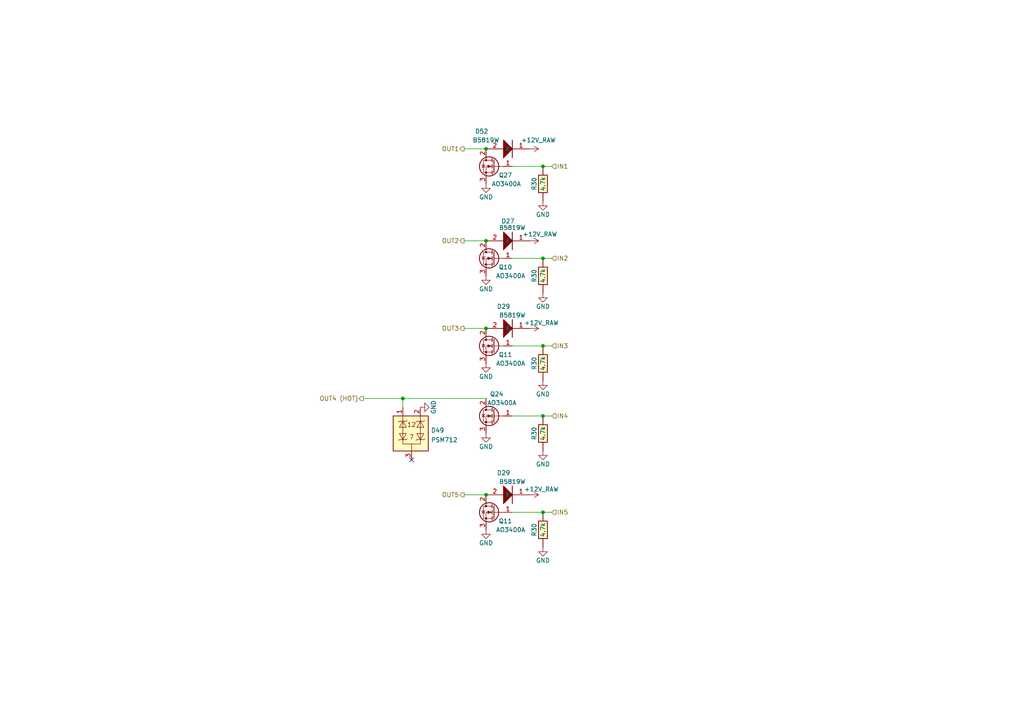
<source format=kicad_sch>
(kicad_sch (version 20230121) (generator eeschema)
  (paper "A4")
  (lib_symbols
    (symbol "hellen-one-common:+12V_RAW" (power) (pin_names (offset 0))
      (property "Value" "+12V_RAW" (at 0 3.556 0))
      (symbol "+12V_RAW_0_1"
        (polyline (pts (xy -0.762 1.27) (xy 0 2.54)))
        (polyline (pts (xy 0 0) (xy 0 2.54)))
        (polyline (pts (xy 0 2.54) (xy 0.762 1.27)))
      )
      (symbol "+12V_RAW_1_1"
        (pin power_in line (at 0 0 90) (length 0) hide (name "+12V_RAW") (number "1"))
      )
    )
    (symbol "hellen-one-common:1N4148WS"
      (property "Reference" "D" (at 0 2.54 0))
      (property "Value" "1N4148WS" (at 0 -3.81 0))
      (symbol "1N4148WS_1_0"
        (polyline (pts (xy 2.54 2.54) (xy 2.54 -2.54)) (stroke (width 0.254)))
        (polyline (pts (xy 0 -2.54) (xy 2.54 0) (xy 0 2.54) (xy 0 -2.54)) (stroke (width 0.254)) (fill (type outline)))
        (pin passive line (at 7.62 0 180) (length 5.08) (name "K") (number "1"))
        (pin passive line (at -5.08 0 0) (length 5.08) (name "A") (number "2"))
      )
    )
    (symbol "hellen-one-common:MOSFET-N" (pin_names hide)
      (property "Reference" "Q" (at 5.08 6.35 0))
      (property "Value" "MOSFET-N" (at 2.54 3.81 0))
      (symbol "MOSFET-N_0_1"
        (polyline (pts (xy 0.254 0) (xy -2.54 0)))
        (polyline (pts (xy 0.254 1.905) (xy 0.254 -1.905)) (stroke (width 0.254)))
        (polyline (pts (xy 0.762 -1.27) (xy 0.762 -2.286)) (stroke (width 0.254)))
        (polyline (pts (xy 0.762 0.508) (xy 0.762 -0.508)) (stroke (width 0.254)))
        (polyline (pts (xy 0.762 2.286) (xy 0.762 1.27)) (stroke (width 0.254)))
        (polyline (pts (xy 2.54 2.54) (xy 2.54 1.778)))
        (polyline (pts (xy 2.54 -2.54) (xy 2.54 0) (xy 0.762 0)))
        (polyline (pts (xy 0.762 -1.778) (xy 3.302 -1.778) (xy 3.302 1.778) (xy 0.762 1.778)))
        (polyline (pts (xy 1.016 0) (xy 2.032 0.381) (xy 2.032 -0.381) (xy 1.016 0)) (fill (type outline)))
        (polyline (pts (xy 2.794 0.508) (xy 2.921 0.381) (xy 3.683 0.381) (xy 3.81 0.254)))
        (polyline (pts (xy 3.302 0.381) (xy 2.921 -0.254) (xy 3.683 -0.254) (xy 3.302 0.381)))
        (circle (center 1.651 0) (radius 2.794) (stroke (width 0.254)))
        (circle (center 2.54 -1.778) (radius 0.254) (fill (type outline)))
        (circle (center 2.54 1.778) (radius 0.254) (fill (type outline)))
      )
      (symbol "MOSFET-N_1_1"
        (pin input line (at -5.08 0 0) (length 2.54) (name "G") (number "1"))
        (pin passive line (at 2.54 5.08 270) (length 2.54) (name "D") (number "2"))
        (pin passive line (at 2.54 -5.08 90) (length 2.54) (name "S") (number "3"))
      )
    )
    (symbol "hellen-one-common:PSM712"
      (property "Reference" "D?" (at 3.302 0.9085 0))
      (property "Value" "PSM712" (at 3.302 -1.8666 0))
      (symbol "PSM712_0_0"
        (text "12" (at -2.286 2.54 0) (effects (font (size 1.27 1.27))))
        (text "7" (at -2.286 -1.016 0) (effects (font (size 1.27 1.27))))
      )
      (symbol "PSM712_0_1"
        (rectangle (start -7.62 5.08) (end 2.54 -5.08) (stroke (width 0.254)) (fill (type background)))
        (polyline (pts (xy -4.826 5.08) (xy -4.826 -3.048) (xy -2.286 -3.048)) (stroke (width 0.1524)))
        (polyline (pts (xy -6.096 3.302) (xy -5.842 3.556) (xy -3.81 3.556) (xy -3.556 3.81)) (stroke (width 0.1524)))
        (polyline (pts (xy -4.826 -1.778) (xy -3.81 0) (xy -5.842 0) (xy -4.826 -1.778)) (stroke (width 0.1524)))
        (polyline (pts (xy -4.826 3.556) (xy -5.842 1.778) (xy -3.81 1.778) (xy -4.826 3.556)) (stroke (width 0.1524)))
        (polyline (pts (xy -3.556 -1.524) (xy -3.81 -1.778) (xy -5.842 -1.778) (xy -6.096 -2.032)) (stroke (width 0.1524)))
        (polyline (pts (xy -1.016 3.302) (xy -0.762 3.556) (xy 1.27 3.556) (xy 1.524 3.81)) (stroke (width 0.1524)))
        (polyline (pts (xy 0.254 -1.778) (xy 1.27 0) (xy -0.762 0) (xy 0.254 -1.778)) (stroke (width 0.1524)))
        (polyline (pts (xy 0.254 3.556) (xy -0.762 1.778) (xy 1.27 1.778) (xy 0.254 3.556)) (stroke (width 0.1524)))
        (polyline (pts (xy 0.254 5.08) (xy 0.254 -3.048) (xy -2.286 -3.048) (xy -2.286 -5.08)) (stroke (width 0.1524)))
        (polyline (pts (xy 1.524 -1.524) (xy 1.27 -1.778) (xy -0.762 -1.778) (xy -1.016 -2.032)) (stroke (width 0.1524)))
      )
      (symbol "PSM712_1_1"
        (pin passive line (at -4.826 7.62 270) (length 2.54) (name "") (number "1"))
        (pin passive line (at 0.254 7.62 270) (length 2.54) (name "") (number "2"))
        (pin passive line (at -2.286 -7.62 90) (length 2.54) (name "") (number "3"))
      )
    )
    (symbol "hellen-one-common:Res" (pin_numbers hide)
      (property "Reference" "R" (at 3.81 2.54 0))
      (property "Value" "Res" (at 5.08 -2.54 0))
      (symbol "Res_1_0"
        (rectangle (start 2.54 -1.27) (end 7.62 1.27) (stroke (width 0.254)) (fill (type background)))
        (pin passive line (at 0 0 0) (length 2.54) (name "") (number "1"))
        (pin passive line (at 10.16 0 180) (length 2.54) (name "") (number "2"))
      )
    )
    (symbol "power:GND" (power) (pin_names (offset 0))
      (property "Value" "GND" (at 0 -3.81 0))
      (symbol "GND_0_1"
        (polyline (pts (xy 0 0) (xy 0 -1.27) (xy 1.27 -1.27) (xy 0 -2.54) (xy -1.27 -1.27) (xy 0 -1.27)))
      )
      (symbol "GND_1_1"
        (pin power_in line (at 0 0 270) (length 0) hide (name "GND") (number "1"))
      )
    )
  )
  (junction (at 116.84 115.57))
  (junction (at 140.97 43.18))
  (junction (at 140.97 143.51))
  (junction (at 157.48 148.59))
  (junction (at 157.48 100.33))
  (junction (at 140.97 69.85))
  (junction (at 157.48 74.93))
  (junction (at 157.48 120.65))
  (junction (at 157.48 48.26))
  (junction (at 140.97 95.25))
  (no_connect (at 119.38 133.35))
  (wire (pts (xy 148.59 48.26) (xy 157.48 48.26)))
  (wire (pts (xy 157.48 74.93) (xy 160.02 74.93)))
  (wire (pts (xy 134.62 43.18) (xy 140.97 43.18)))
  (wire (pts (xy 134.62 69.85) (xy 140.97 69.85)))
  (wire (pts (xy 148.59 74.93) (xy 157.48 74.93)))
  (wire (pts (xy 157.48 120.65) (xy 160.02 120.65)))
  (wire (pts (xy 134.62 143.51) (xy 140.97 143.51)))
  (wire (pts (xy 116.84 115.57) (xy 140.97 115.57)))
  (wire (pts (xy 157.48 148.59) (xy 160.02 148.59)))
  (wire (pts (xy 116.84 115.57) (xy 116.84 118.11)))
  (wire (pts (xy 105.41 115.57) (xy 116.84 115.57)))
  (wire (pts (xy 134.62 95.25) (xy 140.97 95.25)))
  (wire (pts (xy 148.59 100.33) (xy 157.48 100.33)))
  (wire (pts (xy 148.59 148.59) (xy 157.48 148.59)))
  (wire (pts (xy 157.48 48.26) (xy 160.02 48.26)))
  (wire (pts (xy 157.48 100.33) (xy 160.02 100.33)))
  (wire (pts (xy 148.59 120.65) (xy 157.48 120.65)))
  (hierarchical_label "OUT1" (shape output) (at 134.62 43.18 180))
  (hierarchical_label "IN5" (shape input) (at 160.02 148.59 0))
  (hierarchical_label "IN3" (shape input) (at 160.02 100.33 0))
  (hierarchical_label "OUT5" (shape output) (at 134.62 143.51 180))
  (hierarchical_label "OUT4 (HOT)" (shape output) (at 105.41 115.57 180))
  (hierarchical_label "OUT3" (shape output) (at 134.62 95.25 180))
  (hierarchical_label "IN4" (shape input) (at 160.02 120.65 0))
  (hierarchical_label "IN1" (shape input) (at 160.02 48.26 0))
  (hierarchical_label "OUT2" (shape output) (at 134.62 69.85 180))
  (hierarchical_label "IN2" (shape input) (at 160.02 74.93 0))
  (symbol (lib_id "hellen-one-common:Res") (at 157.48 148.59 90) (mirror x) (unit 1)
    (property "Reference" "R30" (at 154.94 153.67 0))
    (property "Value" "4.7k" (at 157.48 153.67 0))
    (property "Footprint" "hellen-one-common:R0603" (effects hide))
    (property "LCSC" "C23162" (effects hide))
    (instances (project "alphax_8ch" (path "" (reference "R30") (unit 1)) (path "" (reference "R69") (unit 1))))
  )
  (symbol (lib_id "hellen-one-common:+12V_RAW") (at 153.67 143.51 270) (mirror x) (unit 1)
    (property "Reference" "#PWR069" (effects hide))
    (property "Value" "+12V_RAW" (at 152.005 141.9091 90) (effects (justify left)))
    (instances (project "alphax_8ch" (path "" (reference "#PWR069") (unit 1)) (path "" (reference "#PWR0161") (unit 1))))
  )
  (symbol (lib_id "hellen-one-common:Res") (at 157.48 100.33 90) (mirror x) (unit 1)
    (property "Reference" "R30" (at 154.94 105.41 0))
    (property "Value" "4.7k" (at 157.48 105.41 0))
    (property "Footprint" "hellen-one-common:R0603" (effects hide))
    (property "LCSC" "C23162" (effects hide))
    (instances (project "alphax_8ch" (path "" (reference "R30") (unit 1)) (path "" (reference "R67") (unit 1))))
  )
  (symbol (lib_id "power:GND") (at 121.92 118.11 90) (mirror x) (unit 1)
    (property "Reference" "#PWR0140" (effects hide))
    (property "Value" "GND" (at 125.73 118.11 0))
    (instances (project "alphax_8ch" (path "" (reference "#PWR0140") (unit 1)) (path "" (reference "#PWR0152") (unit 1))))
  )
  (symbol (lib_id "hellen-one-common:1N4148WS") (at 146.05 69.85 0) (unit 1)
    (property "Reference" "D27" (at 147.32 64.135 0))
    (property "Value" "B5819W" (at 148.59 66.04 0))
    (property "Footprint" "hellen-one-common:SOD-123" (effects hide))
    (property "LCSC" "C8598" (effects hide))
    (instances (project "alphax_8ch" (path "" (reference "D27") (unit 1)) (path "" (reference "D91") (unit 1))))
  )
  (symbol (lib_id "power:GND") (at 157.48 58.42 0) (unit 1)
    (property "Reference" "#PWR035" (effects hide))
    (property "Value" "GND" (at 157.48 62.23 0))
    (instances (project "alphax_8ch" (path "" (reference "#PWR035") (unit 1)) (path "" (reference "#PWR0162") (unit 1))))
  )
  (symbol (lib_id "power:GND") (at 140.97 53.34 0) (mirror y) (unit 1)
    (property "Reference" "#PWR0122" (effects hide))
    (property "Value" "GND" (at 140.97 57.15 0))
    (instances (project "alphax_8ch" (path "" (reference "#PWR0122") (unit 1)) (path "" (reference "#PWR0153") (unit 1))))
  )
  (symbol (lib_id "hellen-one-common:Res") (at 157.48 48.26 90) (mirror x) (unit 1)
    (property "Reference" "R30" (at 154.94 53.34 0))
    (property "Value" "4.7k" (at 157.48 53.34 0))
    (property "Footprint" "hellen-one-common:R0603" (effects hide))
    (property "LCSC" "C23162" (effects hide))
    (instances (project "alphax_8ch" (path "" (reference "R30") (unit 1)) (path "" (reference "R65") (unit 1))))
  )
  (symbol (lib_id "hellen-one-common:Res") (at 157.48 74.93 90) (mirror x) (unit 1)
    (property "Reference" "R30" (at 154.94 80.01 0))
    (property "Value" "4.7k" (at 157.48 80.01 0))
    (property "Footprint" "hellen-one-common:R0603" (effects hide))
    (property "LCSC" "C23162" (effects hide))
    (instances (project "alphax_8ch" (path "" (reference "R30") (unit 1)) (path "" (reference "R66") (unit 1))))
  )
  (symbol (lib_id "power:GND") (at 140.97 80.01 0) (mirror y) (unit 1)
    (property "Reference" "#PWR042" (effects hide))
    (property "Value" "GND" (at 140.97 83.82 0))
    (instances (project "alphax_8ch" (path "" (reference "#PWR042") (unit 1)) (path "" (reference "#PWR0154") (unit 1))))
  )
  (symbol (lib_id "hellen-one-common:1N4148WS") (at 146.05 95.25 0) (unit 1)
    (property "Reference" "D29" (at 146.05 88.9 0))
    (property "Value" "B5819W" (at 148.59 91.44 0))
    (property "Footprint" "hellen-one-common:SOD-123" (effects hide))
    (property "LCSC" "C8598" (effects hide))
    (instances (project "alphax_8ch" (path "" (reference "D29") (unit 1)) (path "" (reference "D92") (unit 1))))
  )
  (symbol (lib_id "power:GND") (at 140.97 153.67 0) (mirror y) (unit 1)
    (property "Reference" "#PWR053" (effects hide))
    (property "Value" "GND" (at 140.97 157.48 0))
    (instances (project "alphax_8ch" (path "" (reference "#PWR053") (unit 1)) (path "" (reference "#PWR0157") (unit 1))))
  )
  (symbol (lib_id "hellen-one-common:MOSFET-N") (at 143.51 74.93 0) (mirror y) (unit 1)
    (property "Reference" "Q10" (at 148.59 77.47 0) (effects (justify left)))
    (property "Value" "AO3400A" (at 152.4 80.01 0) (effects (justify left)))
    (property "Footprint" "hellen-one-common:SOT-23" (effects hide))
    (property "LCSC" " C20917" (effects hide))
    (instances (project "alphax_8ch" (path "" (reference "Q10") (unit 1)) (path "" (reference "Q24") (unit 1))))
  )
  (symbol (lib_id "power:GND") (at 140.97 125.73 0) (mirror y) (unit 1)
    (property "Reference" "#PWR0123" (effects hide))
    (property "Value" "GND" (at 140.97 129.54 0))
    (instances (project "alphax_8ch" (path "" (reference "#PWR0123") (unit 1)) (path "" (reference "#PWR0156") (unit 1))))
  )
  (symbol (lib_id "power:GND") (at 157.48 158.75 0) (unit 1)
    (property "Reference" "#PWR035" (effects hide))
    (property "Value" "GND" (at 157.48 162.56 0))
    (instances (project "alphax_8ch" (path "" (reference "#PWR035") (unit 1)) (path "" (reference "#PWR0166") (unit 1))))
  )
  (symbol (lib_id "hellen-one-common:MOSFET-N") (at 143.51 48.26 0) (mirror y) (unit 1)
    (property "Reference" "Q27" (at 148.59 50.8 0) (effects (justify left)))
    (property "Value" "AO3400A" (at 151.13 53.34 0) (effects (justify left)))
    (property "Footprint" "hellen-one-common:SOT-23" (effects hide))
    (property "LCSC" " C20917" (effects hide))
    (instances (project "alphax_8ch" (path "" (reference "Q27") (unit 1)) (path "" (reference "Q23") (unit 1))))
  )
  (symbol (lib_id "power:GND") (at 157.48 110.49 0) (unit 1)
    (property "Reference" "#PWR035" (effects hide))
    (property "Value" "GND" (at 157.48 114.3 0))
    (instances (project "alphax_8ch" (path "" (reference "#PWR035") (unit 1)) (path "" (reference "#PWR0164") (unit 1))))
  )
  (symbol (lib_id "hellen-one-common:MOSFET-N") (at 143.51 120.65 0) (mirror y) (unit 1)
    (property "Reference" "Q24" (at 146.05 114.3 0) (effects (justify left)))
    (property "Value" "AO3400A" (at 149.86 116.84 0) (effects (justify left)))
    (property "Footprint" "hellen-one-common:SOT-23" (effects hide))
    (property "LCSC" " C20917" (effects hide))
    (instances (project "alphax_8ch" (path "" (reference "Q24") (unit 1)) (path "" (reference "Q26") (unit 1))))
  )
  (symbol (lib_id "hellen-one-common:1N4148WS") (at 146.05 43.18 0) (unit 1)
    (property "Reference" "D52" (at 139.7 38.1 0))
    (property "Value" "B5819W" (at 140.97 40.64 0))
    (property "Footprint" "hellen-one-common:SOD-123" (effects hide))
    (property "LCSC" "C8598" (effects hide))
    (instances (project "alphax_8ch" (path "" (reference "D52") (unit 1)) (path "" (reference "D90") (unit 1))))
  )
  (symbol (lib_id "power:GND") (at 157.48 85.09 0) (unit 1)
    (property "Reference" "#PWR035" (effects hide))
    (property "Value" "GND" (at 157.48 88.9 0))
    (instances (project "alphax_8ch" (path "" (reference "#PWR035") (unit 1)) (path "" (reference "#PWR0163") (unit 1))))
  )
  (symbol (lib_id "hellen-one-common:PSM712") (at 121.666 125.73 0) (unit 1)
    (property "Reference" "D49" (at 124.968 124.8215 0) (effects (justify left)))
    (property "Value" "PSM712" (at 124.968 127.5966 0) (effects (justify left)))
    (property "Footprint" "hellen-one-common:SOT-23" (effects hide))
    (property "Datasheet" "https://datasheet.lcsc.com/lcsc/1811061632_ProTek-Devices-PSM712-LF-T7_C32677.pdf" (effects hide))
    (property "LCSC" "C32677" (effects hide))
    (instances (project "alphax_8ch" (path "" (reference "D49") (unit 1)) (path "" (reference "D82") (unit 1))))
  )
  (symbol (lib_id "hellen-one-common:+12V_RAW") (at 153.67 95.25 270) (mirror x) (unit 1)
    (property "Reference" "#PWR069" (effects hide))
    (property "Value" "+12V_RAW" (at 152.005 93.6491 90) (effects (justify left)))
    (instances (project "alphax_8ch" (path "" (reference "#PWR069") (unit 1)) (path "" (reference "#PWR0160") (unit 1))))
  )
  (symbol (lib_id "hellen-one-common:MOSFET-N") (at 143.51 148.59 0) (mirror y) (unit 1)
    (property "Reference" "Q11" (at 148.59 151.13 0) (effects (justify left)))
    (property "Value" "AO3400A" (at 152.4 153.67 0) (effects (justify left)))
    (property "Footprint" "hellen-one-common:SOT-23" (effects hide))
    (property "LCSC" " C20917" (effects hide))
    (instances (project "alphax_8ch" (path "" (reference "Q11") (unit 1)) (path "" (reference "Q27") (unit 1))))
  )
  (symbol (lib_id "power:GND") (at 140.97 105.41 0) (mirror y) (unit 1)
    (property "Reference" "#PWR053" (effects hide))
    (property "Value" "GND" (at 140.97 109.22 0))
    (instances (project "alphax_8ch" (path "" (reference "#PWR053") (unit 1)) (path "" (reference "#PWR0155") (unit 1))))
  )
  (symbol (lib_id "power:GND") (at 157.48 130.81 0) (unit 1)
    (property "Reference" "#PWR035" (effects hide))
    (property "Value" "GND" (at 157.48 134.62 0))
    (instances (project "alphax_8ch" (path "" (reference "#PWR035") (unit 1)) (path "" (reference "#PWR0165") (unit 1))))
  )
  (symbol (lib_id "hellen-one-common:1N4148WS") (at 146.05 143.51 0) (unit 1)
    (property "Reference" "D29" (at 146.05 137.16 0))
    (property "Value" "B5819W" (at 148.59 139.7 0))
    (property "Footprint" "hellen-one-common:SOD-123" (effects hide))
    (property "LCSC" "C8598" (effects hide))
    (instances (project "alphax_8ch" (path "" (reference "D29") (unit 1)) (path "" (reference "D93") (unit 1))))
  )
  (symbol (lib_id "hellen-one-common:MOSFET-N") (at 143.51 100.33 0) (mirror y) (unit 1)
    (property "Reference" "Q11" (at 148.59 102.87 0) (effects (justify left)))
    (property "Value" "AO3400A" (at 152.4 105.41 0) (effects (justify left)))
    (property "Footprint" "hellen-one-common:SOT-23" (effects hide))
    (property "LCSC" " C20917" (effects hide))
    (instances (project "alphax_8ch" (path "" (reference "Q11") (unit 1)) (path "" (reference "Q25") (unit 1))))
  )
  (symbol (lib_id "hellen-one-common:+12V_RAW") (at 153.67 43.18 270) (mirror x) (unit 1)
    (property "Reference" "#PWR0121" (effects hide))
    (property "Value" "+12V_RAW" (at 151.13 40.64 90) (effects (justify left)))
    (instances (project "alphax_8ch" (path "" (reference "#PWR0121") (unit 1)) (path "" (reference "#PWR0158") (unit 1))))
  )
  (symbol (lib_id "hellen-one-common:Res") (at 157.48 120.65 90) (mirror x) (unit 1)
    (property "Reference" "R30" (at 154.94 125.73 0))
    (property "Value" "4.7k" (at 157.48 125.73 0))
    (property "Footprint" "hellen-one-common:R0603" (effects hide))
    (property "LCSC" "C23162" (effects hide))
    (instances (project "alphax_8ch" (path "" (reference "R30") (unit 1)) (path "" (reference "R68") (unit 1))))
  )
  (symbol (lib_id "hellen-one-common:+12V_RAW") (at 153.67 69.85 270) (mirror x) (unit 1)
    (property "Reference" "#PWR049" (effects hide))
    (property "Value" "+12V_RAW" (at 151.5622 67.9384 90) (effects (justify left)))
    (instances (project "alphax_8ch" (path "" (reference "#PWR049") (unit 1)) (path "" (reference "#PWR0159") (unit 1))))
  )
)
</source>
